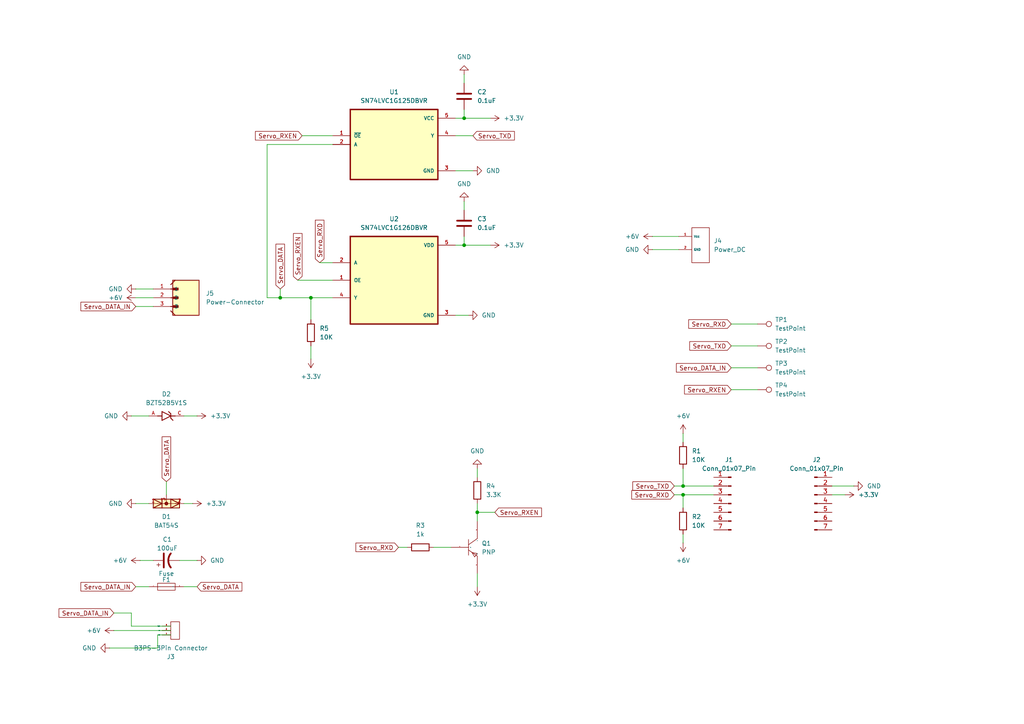
<source format=kicad_sch>
(kicad_sch (version 20250114) (generator "eeschema") (generator_version "9.0")
  (paper "A4")
  (title_block (title "Aero_hand_open_boardb") (date "2025-10-09") (rev "Rev0") (company "TetherIA"))
  (lib_symbols
    (symbol "3pinconnector:2pin"
      (property "Reference" "J" (at -0.762 0 0))
      (symbol "2pin_0_1"
        (rectangle (start 0 5.08) (end 5.08 -5.08))
      )
      (symbol "2pin_1_1"
        (pin input line (at -3.81 2.54 0) (length 3.81) (name "Vcc") (number "1"))
        (pin input line (at -3.81 -1.27 0) (length 3.81) (name "GND") (number "2"))
      )
    )
    (symbol "BAT54S:BAT54S" (pin_names (offset 1.016))
      (property "Reference" "D" (at -0.762 2.0066 0))
      (symbol "BAT54S_0_0"
        (polyline (pts (xy -3.81 1.27) (xy -1.27 0)) (stroke (width 0.254)))
        (rectangle (start -3.81 -1.27) (end 3.81 1.27) (stroke (width 0.254)) (fill (type background)))
        (polyline (pts (xy -2.54 0) (xy -1.27 0)) (stroke (width 0.1524)))
        (polyline (pts (xy -1.27 0) (xy -3.81 -1.27)) (stroke (width 0.254)))
        (polyline (pts (xy -1.27 0) (xy -1.27 1.27)) (stroke (width 0.254)))
        (polyline (pts (xy -1.27 -1.27) (xy -1.27 0)) (stroke (width 0.254)))
        (circle (center 0 0) (radius 0.127) (stroke (width 0.4064)))
        (polyline (pts (xy 1.27 1.27) (xy 3.81 0)) (stroke (width 0.254)))
        (polyline (pts (xy 1.27 -1.27) (xy 1.27 1.27)) (stroke (width 0.254)))
        (polyline (pts (xy 3.81 0) (xy -1.27 0)) (stroke (width 0.1524)))
        (polyline (pts (xy 3.81 0) (xy 1.27 -1.27)) (stroke (width 0.254)))
        (pin passive line (at -5.08 0 0) (length 2.54) (name "~") (number "1"))
        (pin passive line (at 0 2.54 270) (length 2.54) (name "~") (number "3"))
        (pin passive line (at 5.08 0 180) (length 2.54) (name "~") (number "2"))
      )
    )
    (symbol "BZT52B5V1S:BZT52B5V1S" (pin_names (offset 1.016))
      (property "Reference" "D" (at -5.08 2.54 0))
      (property "Value" "BZT52B5V1S" (at -5.08 -3.81 0))
      (symbol "BZT52B5V1S_0_0"
        (polyline (pts (xy -2.54 0) (xy -1.27 0)) (stroke (width 0.254)))
        (polyline (pts (xy -1.27 1.27) (xy -1.27 0)) (stroke (width 0.254)))
        (polyline (pts (xy -1.27 0) (xy -1.27 -1.27)) (stroke (width 0.254)))
        (polyline (pts (xy -1.27 -1.27) (xy 1.27 0)) (stroke (width 0.254)))
        (polyline (pts (xy 0.635 1.27) (xy 1.27 0.635)) (stroke (width 0.254)))
        (polyline (pts (xy 1.27 0.635) (xy 1.27 0)) (stroke (width 0.254)))
        (polyline (pts (xy 1.27 0) (xy -1.27 1.27)) (stroke (width 0.254)))
        (polyline (pts (xy 1.27 0) (xy 1.27 -0.635)) (stroke (width 0.254)))
        (polyline (pts (xy 1.27 -0.635) (xy 1.905 -1.27)) (stroke (width 0.254)))
        (polyline (pts (xy 2.54 0) (xy 1.27 0)) (stroke (width 0.254)))
        (pin passive line (at -5.08 0 0) (length 2.54) (name "~") (number "A"))
        (pin passive line (at 5.08 0 180) (length 2.54) (name "~") (number "C"))
      )
    )
    (symbol "Connector:Conn_01x07_Pin" (pin_names (offset 1.016) (hide yes))
      (property "Reference" "J" (at 0 10.16 0))
      (property "Value" "Conn_01x07_Pin" (at 0 -10.16 0))
      (symbol "Conn_01x07_Pin_1_1"
        (rectangle (start 0.8636 7.747) (end 0 7.493) (stroke (width 0.1524)) (fill (type outline)))
        (rectangle (start 0.8636 5.207) (end 0 4.953) (stroke (width 0.1524)) (fill (type outline)))
        (rectangle (start 0.8636 2.667) (end 0 2.413) (stroke (width 0.1524)) (fill (type outline)))
        (rectangle (start 0.8636 0.127) (end 0 -0.127) (stroke (width 0.1524)) (fill (type outline)))
        (rectangle (start 0.8636 -2.413) (end 0 -2.667) (stroke (width 0.1524)) (fill (type outline)))
        (rectangle (start 0.8636 -4.953) (end 0 -5.207) (stroke (width 0.1524)) (fill (type outline)))
        (rectangle (start 0.8636 -7.493) (end 0 -7.747) (stroke (width 0.1524)) (fill (type outline)))
        (polyline (pts (xy 1.27 7.62) (xy 0.8636 7.62)) (stroke (width 0.1524)))
        (polyline (pts (xy 1.27 5.08) (xy 0.8636 5.08)) (stroke (width 0.1524)))
        (polyline (pts (xy 1.27 2.54) (xy 0.8636 2.54)) (stroke (width 0.1524)))
        (polyline (pts (xy 1.27 0) (xy 0.8636 0)) (stroke (width 0.1524)))
        (polyline (pts (xy 1.27 -2.54) (xy 0.8636 -2.54)) (stroke (width 0.1524)))
        (polyline (pts (xy 1.27 -5.08) (xy 0.8636 -5.08)) (stroke (width 0.1524)))
        (polyline (pts (xy 1.27 -7.62) (xy 0.8636 -7.62)) (stroke (width 0.1524)))
        (pin passive line (at 5.08 7.62 180) (length 3.81) (name "Pin_1") (number "1"))
        (pin passive line (at 5.08 5.08 180) (length 3.81) (name "Pin_2") (number "2"))
        (pin passive line (at 5.08 2.54 180) (length 3.81) (name "Pin_3") (number "3"))
        (pin passive line (at 5.08 0 180) (length 3.81) (name "Pin_4") (number "4"))
        (pin passive line (at 5.08 -2.54 180) (length 3.81) (name "Pin_5") (number "5"))
        (pin passive line (at 5.08 -5.08 180) (length 3.81) (name "Pin_6") (number "6"))
        (pin passive line (at 5.08 -7.62 180) (length 3.81) (name "Pin_7") (number "7"))
      )
    )
    (symbol "Connector:TestPoint" (pin_numbers (hide yes)) (pin_names (offset 0.762) (hide yes))
      (property "Reference" "TP" (at 0 6.858 0))
      (property "Value" "TestPoint" (at 0 5.08 0))
      (symbol "TestPoint_0_1"
        (circle (center 0 3.302) (radius 0.762))
      )
      (symbol "TestPoint_1_1"
        (pin passive line (at 0 0 90) (length 2.54) (name "1") (number "1"))
      )
    )
    (symbol "Device:C" (pin_numbers (hide yes)) (pin_names (offset 0.254))
      (property "Reference" "C" (at 0.635 2.54 0))
      (property "Value" "C" (at 0.635 -2.54 0))
      (symbol "C_0_1"
        (polyline (pts (xy -2.032 0.762) (xy 2.032 0.762)) (stroke (width 0.508)))
        (polyline (pts (xy -2.032 -0.762) (xy 2.032 -0.762)) (stroke (width 0.508)))
      )
      (symbol "C_1_1"
        (pin passive line (at 0 3.81 270) (length 2.794) (name "~") (number "1"))
        (pin passive line (at 0 -3.81 90) (length 2.794) (name "~") (number "2"))
      )
    )
    (symbol "Device:C_Polarized_US" (pin_numbers (hide yes)) (pin_names (offset 0.254) (hide yes))
      (property "Reference" "C" (at 0.635 2.54 0))
      (property "Value" "C_Polarized_US" (at 0.635 -2.54 0))
      (symbol "C_Polarized_US_0_1"
        (polyline (pts (xy -2.032 0.762) (xy 2.032 0.762)) (stroke (width 0.508)))
        (polyline (pts (xy -1.778 2.286) (xy -0.762 2.286)))
        (polyline (pts (xy -1.27 1.778) (xy -1.27 2.794)))
        (arc (start -2.032 -1.27) (mid 0 -0.5572) (end 2.032 -1.27) (stroke (width 0.508)))
      )
      (symbol "C_Polarized_US_1_1"
        (pin passive line (at 0 3.81 270) (length 2.794) (name "~") (number "1"))
        (pin passive line (at 0 -3.81 90) (length 3.302) (name "~") (number "2"))
      )
    )
    (symbol "Device:R" (pin_numbers (hide yes)) (pin_names (offset 0))
      (property "Reference" "R" (at 2.032 0 90))
      (property "Value" "R" (at 0 0 90))
      (symbol "R_0_1"
        (rectangle (start -1.016 -2.54) (end 1.016 2.54) (stroke (width 0.254)))
      )
      (symbol "R_1_1"
        (pin passive line (at 0 3.81 270) (length 1.27) (name "~") (number "1"))
        (pin passive line (at 0 -3.81 90) (length 1.27) (name "~") (number "2"))
      )
    )
    (symbol "New_Library:3PinConnector"
      (property "Reference" "J" (at -1.524 0 0))
      (property "Value" "B3PS-3Pin Connector" (at 0 0 0))
      (symbol "3PinConnector_0_1"
        (rectangle (start 0 2.54) (end 2.54 -2.54))
      )
      (symbol "3PinConnector_1_1"
        (pin bidirectional line (at 0 1.27 180) (length 2.54) (name "GND") (number "1"))
        (pin bidirectional line (at 0 0 180) (length 2.54) (name "Vcc") (number "2"))
        (pin bidirectional line (at 0 -1.27 180) (length 2.54) (name "Signal") (number "3"))
      )
    )
    (symbol "ProLib_pcs_2025-09-07:MMBT2907A_C305431"
      (property "Reference" "Q" (at 0 0 0))
      (symbol "MMBT2907A_C305431_1_0"
        (polyline (pts (xy 0 2.286) (xy 0 -2.286)))
        (polyline (pts (xy 0 -0.762) (xy 2.54 -2.54)))
        (polyline (pts (xy 1.016 -1.524) (xy 1.778 -2.794) (xy 1.778 -2.794) (xy 2.54 -1.778) (xy 2.54 -1.778) (xy 1.016 -1.524)))
        (polyline (pts (xy 2.54 2.54) (xy 0 0.762)))
        (pin unspecified line (at -5.08 0 0) (length 5.08) (name "B") (number "1"))
        (pin unspecified line (at 2.54 7.62 270) (length 5.08) (name "C") (number "3"))
        (pin unspecified line (at 2.54 -7.62 90) (length 5.08) (name "E") (number "2"))
      )
    )
    (symbol "ProLib_pcs_2025-09-23:BSMD0603-010-24V"
      (property "Reference" "F" (at 0 0 0))
      (symbol "BSMD0603-010-24V_1_0"
        (rectangle (start -2.54 1.016) (end 2.54 -1.016))
        (polyline (pts (xy -2.54 0) (xy 2.54 0)))
        (pin unspecified line (at -5.08 0 0) (length 2.54) (name "1") (number "1"))
        (pin unspecified line (at 5.08 0 180) (length 2.54) (name "2") (number "2"))
      )
    )
    (symbol "SN74LVC1G125DBVR:SN74LVC1G125DBVR" (pin_names (offset 1.016))
      (property "Reference" "U" (at -12.7 11.16 0))
      (property "Value" "SN74LVC1G125DBVR" (at -12.7 -14.16 0))
      (symbol "SN74LVC1G125DBVR_0_0"
        (rectangle (start -12.7 -10.16) (end 12.7 10.16) (stroke (width 0.41)) (fill (type background)))
        (pin input line (at -17.78 2.54 0) (length 5.08) (name "~{OE}") (number "1"))
        (pin input line (at -17.78 0 0) (length 5.08) (name "A") (number "2"))
        (pin power_in line (at 17.78 7.62 180) (length 5.08) (name "VCC") (number "5"))
        (pin output line (at 17.78 2.54 180) (length 5.08) (name "Y") (number "4"))
        (pin power_in line (at 17.78 -7.62 180) (length 5.08) (name "GND") (number "3"))
      )
    )
    (symbol "SN74LVC1G126DBVR:SN74LVC1G126DBVR" (pin_names (offset 1.016))
      (property "Reference" "U" (at -12.7 13.7 0))
      (property "Value" "SN74LVC1G126DBVR" (at -12.7 -16.7 0))
      (symbol "SN74LVC1G126DBVR_0_0"
        (rectangle (start -12.7 -12.7) (end 12.7 12.7) (stroke (width 0.41)) (fill (type background)))
        (pin bidirectional line (at -17.78 5.08 0) (length 5.08) (name "A") (number "2"))
        (pin bidirectional line (at -17.78 0 0) (length 5.08) (name "OE") (number "1"))
        (pin bidirectional line (at -17.78 -5.08 0) (length 5.08) (name "Y") (number "4"))
        (pin power_in line (at 17.78 10.16 180) (length 5.08) (name "VDD") (number "5"))
        (pin power_in line (at 17.78 -10.16 180) (length 5.08) (name "GND") (number "3"))
      )
    )
    (symbol "molexrightangle:22057035" (pin_names (offset 1.016))
      (property "Reference" "J" (at 0 6.35 0))
      (property "Value" "22057035" (at 0 -7.62 0))
      (symbol "22057035_0_0"
        (polyline (pts (xy 0 2.54) (xy 1.905 2.54)) (stroke (width 0.254)))
        (polyline (pts (xy 0 0) (xy 1.905 0)) (stroke (width 0.254)))
        (polyline (pts (xy 0 -2.54) (xy 1.905 -2.54)) (stroke (width 0.254)))
        (polyline (pts (xy 0 -3.81) (xy 1.27 -5.08)) (stroke (width 0.254)))
        (rectangle (start 0.5821 -5.08) (end 8.2021 5.08) (stroke (width 0.254)) (fill (type background)))
        (rectangle (start 0.635 2.2225) (end 2.2225 2.8575) (stroke (width 0.1)) (fill (type outline)))
        (rectangle (start 0.635 -0.3175) (end 2.2225 0.3175) (stroke (width 0.1)) (fill (type outline)))
        (rectangle (start 0.635 -2.8575) (end 2.2225 -2.2225) (stroke (width 0.1)) (fill (type outline)))
        (polyline (pts (xy 1.27 5.08) (xy 0 3.81)) (stroke (width 0.254)))
        (pin passive line (at -5.08 2.54 0) (length 5.08) (name "1") (number "1"))
        (pin passive line (at -5.08 0 0) (length 5.08) (name "2") (number "2"))
        (pin passive line (at -5.08 -2.54 0) (length 5.08) (name "3") (number "3"))
      )
    )
    (symbol "power:+3.3V" (power) (pin_numbers (hide yes)) (pin_names (offset 0) (hide yes))
      (property "Value" "+3.3V" (at 0 3.556 0))
      (symbol "+3.3V_0_1"
        (polyline (pts (xy -0.762 1.27) (xy 0 2.54)))
        (polyline (pts (xy 0 2.54) (xy 0.762 1.27)))
        (polyline (pts (xy 0 0) (xy 0 2.54)))
      )
      (symbol "+3.3V_1_1"
        (pin power_in line (at 0 0 90) (length 0) (name "~") (number "1"))
      )
    )
    (symbol "power:+6V" (power) (pin_numbers (hide yes)) (pin_names (offset 0) (hide yes))
      (property "Value" "+6V" (at 0 3.556 0))
      (symbol "+6V_0_1"
        (polyline (pts (xy -0.762 1.27) (xy 0 2.54)))
        (polyline (pts (xy 0 2.54) (xy 0.762 1.27)))
        (polyline (pts (xy 0 0) (xy 0 2.54)))
      )
      (symbol "+6V_1_1"
        (pin power_in line (at 0 0 90) (length 0) (name "~") (number "1"))
      )
    )
    (symbol "power:GND" (power) (pin_numbers (hide yes)) (pin_names (offset 0) (hide yes))
      (property "Value" "GND" (at 0 -3.81 0))
      (symbol "GND_0_1"
        (polyline (pts (xy 0 0) (xy 0 -1.27) (xy 1.27 -1.27) (xy 0 -2.54) (xy -1.27 -1.27) (xy 0 -1.27)))
      )
      (symbol "GND_1_1"
        (pin power_in line (at 0 0 270) (length 0) (name "~") (number "1"))
      )
    )
  )
  (junction (at 198.12 140.97))
  (junction (at 134.62 71.12))
  (junction (at 198.12 143.51))
  (junction (at 81.28 86.36))
  (junction (at 138.43 148.59))
  (junction (at 134.62 34.29))
  (junction (at 90.17 86.36))
  (wire (pts (xy 212.09 93.98) (xy 219.71 93.98)))
  (wire (pts (xy 87.63 39.37) (xy 96.52 39.37)))
  (wire (pts (xy 115.57 158.75) (xy 118.11 158.75)))
  (wire (pts (xy 198.12 143.51) (xy 198.12 147.32)))
  (wire (pts (xy 198.12 143.51) (xy 207.01 143.51)))
  (wire (pts (xy 49.53 181.61) (xy 38.1 181.61)))
  (wire (pts (xy 38.1 120.65) (xy 43.18 120.65)))
  (wire (pts (xy 33.02 182.88) (xy 49.53 182.88)))
  (wire (pts (xy 134.62 34.29) (xy 142.24 34.29)))
  (wire (pts (xy 134.62 58.42) (xy 134.62 60.96)))
  (wire (pts (xy 96.52 86.36) (xy 90.17 86.36)))
  (wire (pts (xy 92.71 76.2) (xy 96.52 76.2)))
  (wire (pts (xy 134.62 68.58) (xy 134.62 71.12)))
  (wire (pts (xy 132.08 39.37) (xy 137.16 39.37)))
  (wire (pts (xy 39.37 86.36) (xy 44.45 86.36)))
  (wire (pts (xy 134.62 21.59) (xy 134.62 24.13)))
  (wire (pts (xy 53.34 146.05) (xy 55.88 146.05)))
  (wire (pts (xy 132.08 91.44) (xy 135.89 91.44)))
  (wire (pts (xy 198.12 135.89) (xy 198.12 140.97)))
  (wire (pts (xy 33.02 177.8) (xy 38.1 177.8)))
  (wire (pts (xy 52.07 162.56) (xy 57.15 162.56)))
  (wire (pts (xy 31.75 187.96) (xy 45.72 187.96)))
  (wire (pts (xy 38.1 181.61) (xy 38.1 177.8)))
  (wire (pts (xy 132.08 34.29) (xy 134.62 34.29)))
  (wire (pts (xy 90.17 86.36) (xy 90.17 92.71)))
  (wire (pts (xy 212.09 100.33) (xy 219.71 100.33)))
  (wire (pts (xy 48.26 139.7) (xy 48.26 143.51)))
  (wire (pts (xy 138.43 146.05) (xy 138.43 148.59)))
  (wire (pts (xy 241.3 143.51) (xy 245.11 143.51)))
  (wire (pts (xy 198.12 157.48) (xy 198.12 154.94)))
  (wire (pts (xy 90.17 100.33) (xy 90.17 104.14)))
  (wire (pts (xy 189.23 72.39) (xy 196.85 72.39)))
  (wire (pts (xy 212.09 106.68) (xy 219.71 106.68)))
  (wire (pts (xy 45.72 187.96) (xy 45.72 184.15)))
  (wire (pts (xy 134.62 31.75) (xy 134.62 34.29)))
  (wire (pts (xy 138.43 166.37) (xy 138.43 170.18)))
  (wire (pts (xy 195.58 143.51) (xy 198.12 143.51)))
  (wire (pts (xy 132.08 71.12) (xy 134.62 71.12)))
  (wire (pts (xy 134.62 71.12) (xy 142.24 71.12)))
  (wire (pts (xy 138.43 148.59) (xy 143.51 148.59)))
  (wire (pts (xy 212.09 113.03) (xy 219.71 113.03)))
  (wire (pts (xy 195.58 140.97) (xy 198.12 140.97)))
  (wire (pts (xy 77.47 86.36) (xy 77.47 41.91)))
  (wire (pts (xy 198.12 125.73) (xy 198.12 128.27)))
  (wire (pts (xy 189.23 68.58) (xy 196.85 68.58)))
  (wire (pts (xy 198.12 140.97) (xy 207.01 140.97)))
  (wire (pts (xy 77.47 86.36) (xy 81.28 86.36)))
  (wire (pts (xy 86.36 81.28) (xy 96.52 81.28)))
  (wire (pts (xy 77.47 41.91) (xy 96.52 41.91)))
  (wire (pts (xy 81.28 83.82) (xy 81.28 86.36)))
  (wire (pts (xy 138.43 135.89) (xy 138.43 138.43)))
  (wire (pts (xy 45.72 184.15) (xy 49.53 184.15)))
  (wire (pts (xy 132.08 49.53) (xy 137.16 49.53)))
  (wire (pts (xy 39.37 170.18) (xy 43.18 170.18)))
  (wire (pts (xy 40.64 162.56) (xy 44.45 162.56)))
  (wire (pts (xy 53.34 120.65) (xy 57.15 120.65)))
  (wire (pts (xy 39.37 146.05) (xy 43.18 146.05)))
  (wire (pts (xy 138.43 148.59) (xy 138.43 151.13)))
  (wire (pts (xy 57.15 170.18) (xy 53.34 170.18)))
  (wire (pts (xy 39.37 83.82) (xy 44.45 83.82)))
  (wire (pts (xy 81.28 86.36) (xy 90.17 86.36)))
  (wire (pts (xy 39.37 88.9) (xy 44.45 88.9)))
  (wire (pts (xy 125.73 158.75) (xy 130.81 158.75)))
  (wire (pts (xy 241.3 140.97) (xy 247.65 140.97)))
  (global_label "Servo_RXD" (shape input) (at 92.71 76.2 90) (property "Intersheetrefs" "${INTERSHEET_REFS}" (effects (hide yes))))
  (global_label "Servo_TXD" (shape input) (at 195.58 140.97 180) (property "Intersheetrefs" "${INTERSHEET_REFS}" (effects (hide yes))))
  (global_label "Servo_DATA" (shape input) (at 57.15 170.18 0) (property "Intersheetrefs" "${INTERSHEET_REFS}" (effects (hide yes))))
  (global_label "Servo_RXD" (shape input) (at 115.57 158.75 180) (property "Intersheetrefs" "${INTERSHEET_REFS}" (effects (hide yes))))
  (global_label "Servo_RXD" (shape input) (at 195.58 143.51 180) (property "Intersheetrefs" "${INTERSHEET_REFS}" (effects (hide yes))))
  (global_label "Servo_DATA" (shape input) (at 81.28 83.82 90) (property "Intersheetrefs" "${INTERSHEET_REFS}" (effects (hide yes))))
  (global_label "Servo_TXD" (shape input) (at 137.16 39.37 0) (property "Intersheetrefs" "${INTERSHEET_REFS}" (effects (hide yes))))
  (global_label "Servo_RXEN" (shape input) (at 86.36 81.28 90) (property "Intersheetrefs" "${INTERSHEET_REFS}" (effects (hide yes))))
  (global_label "Servo_DATA_IN" (shape input) (at 39.37 88.9 180) (property "Intersheetrefs" "${INTERSHEET_REFS}" (effects (hide yes))))
  (global_label "Servo_TXD" (shape input) (at 212.09 100.33 180) (property "Intersheetrefs" "${INTERSHEET_REFS}" (effects (hide yes))))
  (global_label "Servo_DATA_IN" (shape input) (at 33.02 177.8 180) (property "Intersheetrefs" "${INTERSHEET_REFS}" (effects (hide yes))))
  (global_label "Servo_DATA_IN" (shape input) (at 39.37 170.18 180) (property "Intersheetrefs" "${INTERSHEET_REFS}" (effects (hide yes))))
  (global_label "Servo_DATA" (shape input) (at 48.26 139.7 90) (property "Intersheetrefs" "${INTERSHEET_REFS}" (effects (hide yes))))
  (global_label "Servo_RXEN" (shape input) (at 212.09 113.03 180) (property "Intersheetrefs" "${INTERSHEET_REFS}" (effects (hide yes))))
  (global_label "Servo_DATA_IN" (shape input) (at 212.09 106.68 180) (property "Intersheetrefs" "${INTERSHEET_REFS}" (effects (hide yes))))
  (global_label "Servo_RXD" (shape input) (at 212.09 93.98 180) (property "Intersheetrefs" "${INTERSHEET_REFS}" (effects (hide yes))))
  (global_label "Servo_RXEN" (shape input) (at 143.51 148.59 0) (property "Intersheetrefs" "${INTERSHEET_REFS}" (effects (hide yes))))
  (global_label "Servo_RXEN" (shape input) (at 87.63 39.37 180) (property "Intersheetrefs" "${INTERSHEET_REFS}" (effects (hide yes))))
  (symbol (lib_id "power:+6V") (at 189.23 68.58 90) (unit 1)
    (property "Reference" "#PWR022" (effects (hide yes)))
    (property "Value" "+6V" (at 185.42 68.5799 90) (effects (justify left)))
    (property "Description" "Power symbol creates a global label with name \"+6V\"" (effects (hide yes)))
  )
  (symbol (lib_id "Device:R") (at 138.43 142.24 0) (unit 1)
    (property "Reference" "R4" (at 140.97 140.9699 0) (effects (justify left)))
    (property "Value" "3.3K" (at 140.97 143.5099 0) (effects (justify left)))
    (property "Footprint" "PCM_JLCPCB:R_0805" (effects (hide yes)))
    (property "Description" "Resistor" (effects (hide yes)))
  )
  (symbol (lib_id "BAT54S:BAT54S") (at 48.26 146.05 0) (unit 1)
    (property "Reference" "D1" (at 48.26 149.86 0))
    (property "Value" "BAT54S" (at 48.26 152.4 0))
    (property "Footprint" "BAT54S (1):SOT23" (effects (hide yes)))
    (property "MF" "Diotec Semiconductor" (effects (hide yes)))
    (property "Description_1" "Schottky, SOT-23, 30V, 0.2A, 150°C" (effects (hide yes)))
    (property "Package" "SOT-23 Diotec" (effects (hide yes)))
    (property "Price" "None" (effects (hide yes)))
    (property "VALUE" "BAT54S" (effects (hide yes)))
    (property "SnapEDA_Link" "https://www.snapeda.com/parts/BAT54S/Diotec/view-part/?ref=snap" (effects (hide yes)))
    (property "MP" "BAT54S" (effects (hide yes)))
    (property "Availability" "In Stock" (effects (hide yes)))
    (property "Check_prices" "https://www.snapeda.com/parts/BAT54S/Diotec/view-part/?ref=eda" (effects (hide yes)))
  )
  (symbol (lib_id "power:+6V") (at 40.64 162.56 90) (unit 1)
    (property "Reference" "#PWR04" (effects (hide yes)))
    (property "Value" "+6V" (at 36.83 162.5599 90) (effects (justify left)))
    (property "Description" "Power symbol creates a global label with name \"+6V\"" (effects (hide yes)))
  )
  (symbol (lib_id "power:+3.3V") (at 142.24 34.29 270) (unit 1)
    (property "Reference" "#PWR017" (effects (hide yes)))
    (property "Value" "+3.3V" (at 146.05 34.2899 90) (effects (justify left)))
    (property "Description" "Power symbol creates a global label with name \"+3.3V\"" (effects (hide yes)))
  )
  (symbol (lib_id "power:+3.3V") (at 138.43 170.18 180) (unit 1)
    (property "Reference" "#PWR013" (effects (hide yes)))
    (property "Value" "+3.3V" (at 138.43 175.26 0))
    (property "Description" "Power symbol creates a global label with name \"+3.3V\"" (effects (hide yes)))
  )
  (symbol (lib_id "power:+3.3V") (at 55.88 146.05 270) (unit 1)
    (property "Reference" "#PWR015" (effects (hide yes)))
    (property "Value" "+3.3V" (at 59.69 146.0499 90) (effects (justify left)))
    (property "Description" "Power symbol creates a global label with name \"+3.3V\"" (effects (hide yes)))
  )
  (symbol (lib_id "Device:C") (at 134.62 27.94 0) (unit 1)
    (property "Reference" "C2" (at 138.43 26.6699 0) (effects (justify left)))
    (property "Value" "0.1uF" (at 138.43 29.2099 0) (effects (justify left)))
    (property "Footprint" "PCM_JLCPCB:C_0805" (effects (hide yes)))
    (property "Description" "Unpolarized capacitor" (effects (hide yes)))
  )
  (symbol (lib_id "power:GND") (at 57.15 162.56 90) (unit 1)
    (property "Reference" "#PWR05" (effects (hide yes)))
    (property "Value" "GND" (at 60.96 162.5599 90) (effects (justify right)))
    (property "Description" "Power symbol creates a global label with name \"GND\" , ground" (effects (hide yes)))
  )
  (symbol (lib_id "ProLib_pcs_2025-09-23:BSMD0603-010-24V") (at 48.26 170.18 0) (unit 1)
    (property "Reference" "F1" (at 48.26 168.148 0))
    (property "Value" "Fuse" (at 48.26 166.37 0))
    (property "Footprint" "Fusee:F0603" (effects (hide yes)))
    (property "Datasheet" "https://item.szlcsc.com/datasheet/BSMD0603-010-24V/947764.html" (effects (hide yes)))
    (property "Description" "Voltage - Max:24V Current - Max:40A Hold Current:100mA Trip Current:300mA Power Dissipation:500mW Resistance - Initial (Ri) (Min):900mΩ Resistance - Post Trip (R1) (Max):8Ω Time to Trip(Max):600ms Operating Temperature:-40°C~+85°C Operating Temperature:-40°C" (effects (hide yes)))
    (property "Manufacturer Part" "BSMD0603-010-24V" (effects (hide yes)))
    (property "Manufacturer" "BHFUSE(佰宏)" (effects (hide yes)))
    (property "Supplier Part" "C883089" (effects (hide yes)))
    (property "Supplier" "LCSC" (effects (hide yes)))
    (property "LCSC Part Name" "24V 100mA 0603自恢复" (effects (hide yes)))
  )
  (symbol (lib_id "power:+6V") (at 39.37 86.36 90) (unit 1)
    (property "Reference" "#PWR025" (effects (hide yes)))
    (property "Value" "+6V" (at 35.56 86.3599 90) (effects (justify left)))
    (property "Description" "Power symbol creates a global label with name \"+6V\"" (effects (hide yes)))
  )
  (symbol (lib_id "Device:R") (at 121.92 158.75 90) (unit 1)
    (property "Reference" "R3" (at 121.92 152.4 90))
    (property "Value" "1k" (at 121.92 154.94 90))
    (property "Footprint" "PCM_JLCPCB:R_0805" (effects (hide yes)))
    (property "Description" "Resistor" (effects (hide yes)))
  )
  (symbol (lib_id "power:GND") (at 189.23 72.39 270) (unit 1)
    (property "Reference" "#PWR023" (effects (hide yes)))
    (property "Value" "GND" (at 185.42 72.3899 90) (effects (justify right)))
    (property "Description" "Power symbol creates a global label with name \"GND\" , ground" (effects (hide yes)))
  )
  (symbol (lib_id "power:GND") (at 39.37 83.82 270) (unit 1)
    (property "Reference" "#PWR024" (effects (hide yes)))
    (property "Value" "GND" (at 35.56 83.8199 90) (effects (justify right)))
    (property "Description" "Power symbol creates a global label with name \"GND\" , ground" (effects (hide yes)))
  )
  (symbol (lib_id "Connector:TestPoint") (at 219.71 93.98 270) (unit 1)
    (property "Reference" "TP1" (at 224.79 92.7099 90) (effects (justify left)))
    (property "Value" "TestPoint" (at 224.79 95.2499 90) (effects (justify left)))
    (property "Footprint" "TestPoint:TestPoint_Pad_D1.0mm" (effects (hide yes)))
    (property "Description" "test point" (effects (hide yes)))
  )
  (symbol (lib_id "power:+3.3V") (at 57.15 120.65 270) (unit 1)
    (property "Reference" "#PWR016" (effects (hide yes)))
    (property "Value" "+3.3V" (at 60.96 120.6499 90) (effects (justify left)))
    (property "Description" "Power symbol creates a global label with name \"+3.3V\"" (effects (hide yes)))
  )
  (symbol (lib_id "power:GND") (at 31.75 187.96 270) (unit 1)
    (property "Reference" "#PWR06" (effects (hide yes)))
    (property "Value" "GND" (at 27.94 187.9599 90) (effects (justify right)))
    (property "Description" "Power symbol creates a global label with name \"GND\" , ground" (effects (hide yes)))
  )
  (symbol (lib_id "molexrightangle:22057035") (at 49.53 86.36 0) (unit 1)
    (property "Reference" "J5" (at 59.69 85.0899 0) (effects (justify left)))
    (property "Value" "Power-Connector" (at 59.69 87.6299 0) (effects (justify left)))
    (property "Footprint" "rightanglemolex:MOLEX_22057035" (effects (hide yes)))
    (property "MF" "Molex" (effects (hide yes)))
    (property "MAXIMUM_PACKAGE_HEIGHT" "4.9 mm" (effects (hide yes)))
    (property "Package" "None" (effects (hide yes)))
    (property "Price" "None" (effects (hide yes)))
    (property "Check_prices" "https://www.snapeda.com/parts/22057035/Molex/view-part/?ref=eda" (effects (hide yes)))
    (property "STANDARD" "Manufacturer Recommendations" (effects (hide yes)))
    (property "PARTREV" "A" (effects (hide yes)))
    (property "SnapEDA_Link" "https://www.snapeda.com/parts/22057035/Molex/view-part/?ref=snap" (effects (hide yes)))
    (property "MP" "22057035" (effects (hide yes)))
    (property "Description_1" "Conn Shrouded Header (4 Sides) HDR 3 POS 2.5mm Solder RA Side Entry Thru-Hole SPOX™ Bag" (effects (hide yes)))
    (property "Availability" "In Stock" (effects (hide yes)))
    (property "MANUFACTURER" "Molex" (effects (hide yes)))
  )
  (symbol (lib_id "Connector:TestPoint") (at 219.71 113.03 270) (unit 1)
    (property "Reference" "TP4" (at 224.79 111.7599 90) (effects (justify left)))
    (property "Value" "TestPoint" (at 224.79 114.2999 90) (effects (justify left)))
    (property "Footprint" "TestPoint:TestPoint_Pad_D1.0mm" (effects (hide yes)))
    (property "Description" "test point" (effects (hide yes)))
  )
  (symbol (lib_id "power:GND") (at 137.16 49.53 90) (unit 1)
    (property "Reference" "#PWR08" (effects (hide yes)))
    (property "Value" "GND" (at 140.97 49.5299 90) (effects (justify right)))
    (property "Description" "Power symbol creates a global label with name \"GND\" , ground" (effects (hide yes)))
  )
  (symbol (lib_id "Connector:TestPoint") (at 219.71 106.68 270) (unit 1)
    (property "Reference" "TP3" (at 224.79 105.4099 90) (effects (justify left)))
    (property "Value" "TestPoint" (at 224.79 107.9499 90) (effects (justify left)))
    (property "Footprint" "TestPoint:TestPoint_Pad_D1.0mm" (effects (hide yes)))
    (property "Description" "test point" (effects (hide yes)))
  )
  (symbol (lib_id "Device:R") (at 198.12 151.13 0) (unit 1)
    (property "Reference" "R2" (at 200.66 149.8599 0) (effects (justify left)))
    (property "Value" "10K" (at 200.66 152.3999 0) (effects (justify left)))
    (property "Footprint" "PCM_JLCPCB:R_0805" (effects (hide yes)))
    (property "Description" "Resistor" (effects (hide yes)))
  )
  (symbol (lib_id "power:+6V") (at 198.12 157.48 180) (unit 1)
    (property "Reference" "#PWR02" (effects (hide yes)))
    (property "Value" "+6V" (at 198.12 162.56 0))
    (property "Description" "Power symbol creates a global label with name \"+6V\"" (effects (hide yes)))
  )
  (symbol (lib_id "power:+6V") (at 33.02 182.88 90) (unit 1)
    (property "Reference" "#PWR03" (effects (hide yes)))
    (property "Value" "+6V" (at 29.21 182.8799 90) (effects (justify left)))
    (property "Description" "Power symbol creates a global label with name \"+6V\"" (effects (hide yes)))
  )
  (symbol (lib_id "Device:R") (at 90.17 96.52 0) (unit 1)
    (property "Reference" "R5" (at 92.71 95.2499 0) (effects (justify left)))
    (property "Value" "10K" (at 92.71 97.7899 0) (effects (justify left)))
    (property "Footprint" "PCM_JLCPCB:R_0805" (effects (hide yes)))
    (property "Description" "Resistor" (effects (hide yes)))
  )
  (symbol (lib_id "Device:C") (at 134.62 64.77 0) (unit 1)
    (property "Reference" "C3" (at 138.43 63.4999 0) (effects (justify left)))
    (property "Value" "0.1uF" (at 138.43 66.0399 0) (effects (justify left)))
    (property "Footprint" "PCM_JLCPCB:C_0805" (effects (hide yes)))
    (property "Description" "Unpolarized capacitor" (effects (hide yes)))
  )
  (symbol (lib_id "Connector:TestPoint") (at 219.71 100.33 270) (unit 1)
    (property "Reference" "TP2" (at 224.79 99.0599 90) (effects (justify left)))
    (property "Value" "TestPoint" (at 224.79 101.5999 90) (effects (justify left)))
    (property "Footprint" "TestPoint:TestPoint_Pad_D1.0mm" (effects (hide yes)))
    (property "Description" "test point" (effects (hide yes)))
  )
  (symbol (lib_id "ProLib_pcs_2025-09-07:MMBT2907A_C305431") (at 135.89 158.75 0) (unit 1)
    (property "Reference" "Q1" (at 139.7 157.6069 0) (effects (justify left)))
    (property "Value" "PNP" (at 139.7 160.1469 0) (effects (justify left)))
    (property "Footprint" "transistor-sot23:SOT-23-3_L3.0-W1.7-P0.95-LS2.9-BR" (effects (hide yes)))
    (property "Datasheet" "https://atta.szlcsc.com/upload/public/pdf/source/20181015/C305431_19602F81F2B499DED2CA4F2140371E07.pdf" (effects (hide yes)))
    (property "Description" "type:PNP Current - Collector(Ic): Collector - Emitter Voltage VCEO:60V Pd - Power Dissipation:350mW DC Current Gain:100@150mA,10V DC Current Gain:100@150mA,10V Transition frequency(fT):200MHz Current - Collector Cutoff:10nA Vce Saturation(VCE(sat)):1.6V O" (effects (hide yes)))
    (property "Manufacturer Part" "MMBT2907A" (effects (hide yes)))
    (property "Manufacturer" "BLUE ROCKET(蓝箭)" (effects (hide yes)))
    (property "Supplier Part" "C305431" (effects (hide yes)))
    (property "Supplier" "LCSC" (effects (hide yes)))
    (property "LCSC Part Name" "MMBT2907A" (effects (hide yes)))
  )
  (symbol (lib_id "power:GND") (at 135.89 91.44 90) (unit 1)
    (property "Reference" "#PWR010" (effects (hide yes)))
    (property "Value" "GND" (at 139.7 91.4399 90) (effects (justify right)))
    (property "Description" "Power symbol creates a global label with name \"GND\" , ground" (effects (hide yes)))
  )
  (symbol (lib_id "Connector:Conn_01x07_Pin") (at 212.09 146.05 0) (mirror y) (unit 1)
    (property "Reference" "J1" (at 211.455 133.35 0))
    (property "Value" "Conn_01x07_Pin" (at 211.455 135.89 0))
    (property "Footprint" "Connector_PinHeader_2.54mm:PinHeader_1x07_P2.54mm_Vertical" (effects (hide yes)))
    (property "Description" "Generic connector, single row, 01x07, script generated" (effects (hide yes)))
  )
  (symbol (lib_id "Device:C_Polarized_US") (at 48.26 162.56 90) (unit 1)
    (property "Reference" "C1" (at 48.514 156.464 90))
    (property "Value" "100uF" (at 48.514 159.004 90))
    (property "Footprint" "Capacitor_THT:CP_Radial_D5.0mm_P2.00mm" (effects (hide yes)))
    (property "Description" "Polarized capacitor, US symbol" (effects (hide yes)))
  )
  (symbol (lib_id "power:GND") (at 134.62 58.42 180) (unit 1)
    (property "Reference" "#PWR019" (effects (hide yes)))
    (property "Value" "GND" (at 134.62 53.34 0))
    (property "Description" "Power symbol creates a global label with name \"GND\" , ground" (effects (hide yes)))
  )
  (symbol (lib_id "power:GND") (at 134.62 21.59 180) (unit 1)
    (property "Reference" "#PWR020" (effects (hide yes)))
    (property "Value" "GND" (at 134.62 16.51 0))
    (property "Description" "Power symbol creates a global label with name \"GND\" , ground" (effects (hide yes)))
  )
  (symbol (lib_id "power:+3.3V") (at 90.17 104.14 180) (unit 1)
    (property "Reference" "#PWR021" (effects (hide yes)))
    (property "Value" "+3.3V" (at 90.17 109.22 0))
    (property "Description" "Power symbol creates a global label with name \"+3.3V\"" (effects (hide yes)))
  )
  (symbol (lib_id "SN74LVC1G126DBVR:SN74LVC1G126DBVR") (at 114.3 81.28 0) (unit 1)
    (property "Reference" "U2" (at 114.3 63.5 0))
    (property "Value" "SN74LVC1G126DBVR" (at 114.3 66.04 0))
    (property "Footprint" "SN74LVC1G126DBVR:SOT95P280X145-5N" (effects (hide yes)))
    (property "DigiKey_Part_Number" "296-11605-1-ND" (effects (hide yes)))
    (property "SnapEDA_Link" "https://www.snapeda.com/parts/SN74LVC1G126DBVR/Texas+Instruments/view-part/?ref=snap" (effects (hide yes)))
    (property "Description_1" "Single 1.65-V to 5.5-V buffer with 3-state outputs" (effects (hide yes)))
    (property "MF" "Texas Instruments" (effects (hide yes)))
    (property "Package" "SOT-23-5 Texas Instruments" (effects (hide yes)))
    (property "Check_prices" "https://www.snapeda.com/parts/SN74LVC1G126DBVR/Texas+Instruments/view-part/?ref=eda" (effects (hide yes)))
    (property "MP" "SN74LVC1G126DBVR" (effects (hide yes)))
  )
  (symbol (lib_id "power:GND") (at 138.43 135.89 180) (unit 1)
    (property "Reference" "#PWR014" (effects (hide yes)))
    (property "Value" "GND" (at 138.43 130.81 0))
    (property "Description" "Power symbol creates a global label with name \"GND\" , ground" (effects (hide yes)))
  )
  (symbol (lib_id "power:GND") (at 247.65 140.97 90) (unit 1)
    (property "Reference" "#PWR07" (effects (hide yes)))
    (property "Value" "GND" (at 251.46 140.9699 90) (effects (justify right)))
    (property "Description" "Power symbol creates a global label with name \"GND\" , ground" (effects (hide yes)))
  )
  (symbol (lib_id "power:GND") (at 39.37 146.05 270) (unit 1)
    (property "Reference" "#PWR09" (effects (hide yes)))
    (property "Value" "GND" (at 35.56 146.0499 90) (effects (justify right)))
    (property "Description" "Power symbol creates a global label with name \"GND\" , ground" (effects (hide yes)))
  )
  (symbol (lib_id "power:+3.3V") (at 245.11 143.51 270) (unit 1)
    (property "Reference" "#PWR012" (effects (hide yes)))
    (property "Value" "+3.3V" (at 248.92 143.5099 90) (effects (justify left)))
    (property "Description" "Power symbol creates a global label with name \"+3.3V\"" (effects (hide yes)))
  )
  (symbol (lib_id "power:+6V") (at 198.12 125.73 0) (unit 1)
    (property "Reference" "#PWR01" (effects (hide yes)))
    (property "Value" "+6V" (at 198.12 120.65 0))
    (property "Description" "Power symbol creates a global label with name \"+6V\"" (effects (hide yes)))
  )
  (symbol (lib_id "New_Library:3PinConnector") (at 49.53 182.88 0) (mirror x) (unit 1)
    (property "Reference" "J3" (at 49.53 190.5 0))
    (property "Value" "B3PS-3Pin Connector" (at 49.53 187.96 0))
    (property "Footprint" "B3PS-VH_LF_SN:JST S3P-VH(LF)(SN)" (effects (hide yes)))
  )
  (symbol (lib_id "power:+3.3V") (at 142.24 71.12 270) (unit 1)
    (property "Reference" "#PWR018" (effects (hide yes)))
    (property "Value" "+3.3V" (at 146.05 71.1199 90) (effects (justify left)))
    (property "Description" "Power symbol creates a global label with name \"+3.3V\"" (effects (hide yes)))
  )
  (symbol (lib_id "3pinconnector:2pin") (at 200.66 71.12 0) (unit 1)
    (property "Reference" "J4" (at 207.01 69.8499 0) (effects (justify left)))
    (property "Value" "Power_DC" (at 207.01 72.3899 0) (effects (justify left)))
    (property "Footprint" "B3PS-VH_LF_SN:KJ127-5.08" (effects (hide yes)))
  )
  (symbol (lib_id "BZT52B5V1S:BZT52B5V1S") (at 48.26 120.65 0) (unit 1)
    (property "Reference" "D2" (at 48.26 114.3 0))
    (property "Value" "BZT52B5V1S" (at 48.26 116.84 0))
    (property "Footprint" "zener diode:DIO_BZT52B5V1S" (effects (hide yes)))
    (property "MF" "Taiwan Semiconductor" (effects (hide yes)))
    (property "MAXIMUM_PACKAGE_HEIGHT" "1.1mm" (effects (hide yes)))
    (property "Package" "SOD-323F-2 Taiwan Semiconductor" (effects (hide yes)))
    (property "Price" "None" (effects (hide yes)))
    (property "Check_prices" "https://www.snapeda.com/parts/BZT52B5V1S/taiwan/view-part/?ref=eda" (effects (hide yes)))
    (property "STANDARD" "Manufacturer Recommendations" (effects (hide yes)))
    (property "PARTREV" "H2212" (effects (hide yes)))
    (property "SnapEDA_Link" "https://www.snapeda.com/parts/BZT52B5V1S/taiwan/view-part/?ref=snap" (effects (hide yes)))
    (property "MP" "BZT52B5V1S" (effects (hide yes)))
    (property "Description_1" "Zener Diode Single 5.1V 2% 60Ohm 200mW 2-Pin SOD-323F T/R" (effects (hide yes)))
    (property "SNAPEDA_PN" "UDZS3V6B RRG" (effects (hide yes)))
    (property "Availability" "In Stock" (effects (hide yes)))
    (property "MANUFACTURER" "Taiwan Semiconductor" (effects (hide yes)))
  )
  (symbol (lib_id "SN74LVC1G125DBVR:SN74LVC1G125DBVR") (at 114.3 41.91 0) (unit 1)
    (property "Reference" "U1" (at 114.3 26.67 0))
    (property "Value" "SN74LVC1G125DBVR" (at 114.3 29.21 0))
    (property "Footprint" "SN74LVC1G125DBVR:SOT95P280X145-5N" (effects (hide yes)))
    (property "MF" "Texas Instruments" (effects (hide yes)))
    (property "Description_1" "Single 1.65-V to 5.5-V buffer with 3-state outputs" (effects (hide yes)))
    (property "Package" "SOT-23-5 Texas Instruments" (effects (hide yes)))
    (property "Price" "None" (effects (hide yes)))
    (property "SnapEDA_Link" "https://www.snapeda.com/parts/SN74LVC1G125DBVR/Texas+Instruments/view-part/?ref=snap" (effects (hide yes)))
    (property "MP" "SN74LVC1G125DBVR" (effects (hide yes)))
    (property "Availability" "In Stock" (effects (hide yes)))
    (property "Check_prices" "https://www.snapeda.com/parts/SN74LVC1G125DBVR/Texas+Instruments/view-part/?ref=eda" (effects (hide yes)))
  )
  (symbol (lib_id "Device:R") (at 198.12 132.08 0) (unit 1)
    (property "Reference" "R1" (at 200.66 130.8099 0) (effects (justify left)))
    (property "Value" "10K" (at 200.66 133.3499 0) (effects (justify left)))
    (property "Footprint" "PCM_JLCPCB:R_0805" (effects (hide yes)))
    (property "Description" "Resistor" (effects (hide yes)))
  )
  (symbol (lib_id "Connector:Conn_01x07_Pin") (at 236.22 146.05 0) (unit 1)
    (property "Reference" "J2" (at 236.855 133.35 0))
    (property "Value" "Conn_01x07_Pin" (at 236.855 135.89 0))
    (property "Footprint" "Connector_PinHeader_2.54mm:PinHeader_1x07_P2.54mm_Vertical" (effects (hide yes)))
    (property "Description" "Generic connector, single row, 01x07, script generated" (effects (hide yes)))
  )
  (symbol (lib_id "power:GND") (at 38.1 120.65 270) (unit 1)
    (property "Reference" "#PWR011" (effects (hide yes)))
    (property "Value" "GND" (at 34.29 120.6499 90) (effects (justify right)))
    (property "Description" "Power symbol creates a global label with name \"GND\" , ground" (effects (hide yes)))
  )
)
</source>
